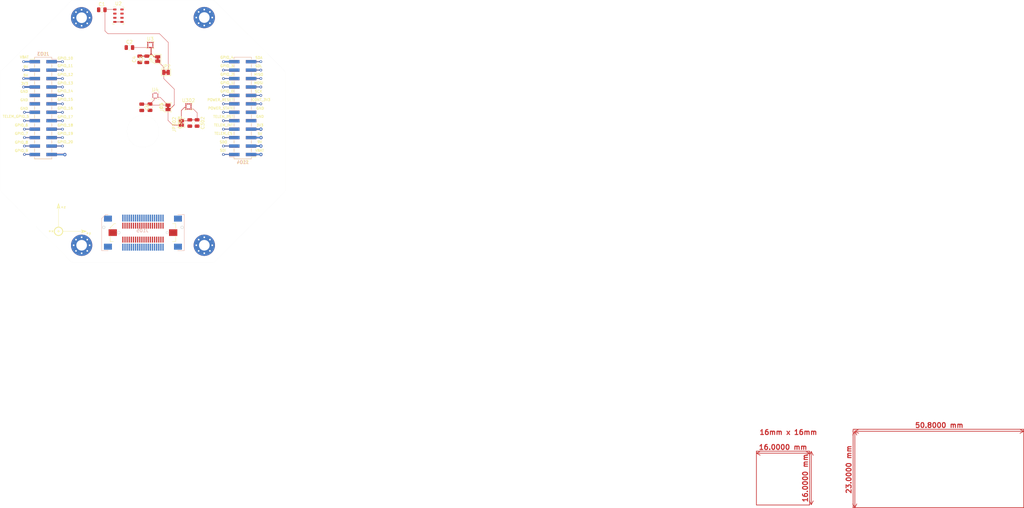
<source format=kicad_pcb>
(kicad_pcb (version 20211014) (generator pcbnew)
  (layers (0 "F.Cu" signal) (31 "B.Cu" signal) (34 "B.Paste" user) (35 "F.Paste" user) (36 "B.SilkS" user "B.Silkscreen") (37 "F.SilkS" user "F.Silkscreen") (38 "B.Mask" user) (39 "F.Mask" user) (44 "Edge.Cuts" user))
  (net 0 "")
  (net 1 "/VBAT")
  (net 2 "/TELEM_GPIO_1")
  (net 3 "/9V")
  (net 4 "/TELEM_GPIO_2")
  (net 5 "/5V")
  (net 6 "/TELEM_GPIO_3")
  (net 7 "/3V3")
  (net 8 "/TELEM_GPIO_4")
  (net 9 "6V_AC_SERVO1")
  (net 10 "/TELEM_GPIO_5")
  (net 11 "/CONT_3V3")
  (net 12 "/SERVO1")
  (net 13 "/B2B_I2C_SDA")
  (net 14 "/SERVO2")
  (net 15 "/B2B_I2C_SCL")
  (net 16 "/B2B_GPIO_8")
  (net 17 "/B2B_SPI_SCK")
  (net 18 "/B2B_GPIO_9")
  (net 19 "/B2B_SPI_MISO")
  (net 20 "/B2B_GPIO_10")
  (net 21 "/B2B_SPI_MOSI")
  (net 22 "/B2B_GPIO_11")
  (net 23 "/CONT_GND")
  (net 24 "/B2B_UART_SDI")
  (net 25 "/B2B_UART_SDO")
  (net 26 "/TELEM_CS")
  (net 27 "/TELEM_INT")
  (net 28 "/TELEM_RST")
  (net 29 "/POWER_STATE")
  (net 30 "/POWER_RESET")
  (net 31 "/B2B_GPIO_12")
  (net 32 "/B2B_GPIO_13")
  (net 33 "/B2B_GPIO_14")
  (net 34 "/B2B_GPIO_15")
  (net 35 "/B2B_GPIO_16")
  (net 36 "/B2B_GPIO_17")
  (net 37 "/B2B_GPIO_18")
  (net 38 "/B2B_GPIO_19")
  (net 39 "/B2B_GPIO_20")
  (net 40 "6V_AC_SERVO2")
  (net 41 "/GND")
  (net 122 "GND")
  (net 123 "Net-(C1-Pad2)")
  (net 124 "Net-(C2-Pad2)")
  (net 125 "Net-(C3-Pad2)")
  (net 126 "Net-(C5-Pad1)")
  (net 127 "Net-(C302-Pad1)")
  (net 128 "/SENSORS/3V3")
  (net 129 "/SENSORS/LSM6DSRXTR_INT1")
  (net 130 "/SENSORS/LSM6DSRXTR_INT2")
  (net 133 "/SENSORS/LSM6DSRXTR_CS")
  (net 134 "/SENSORS/KX134_INT1")
  (net 135 "/SENSORS/KX134_INT2")
  (net 136 "/SENSORS/KX134_CS")
  (net 138 "/SENSORS/LIS3MDL_INT")
  (net 139 "/SENSORS/LIS3MDL_DRDY")
  (net 140 "/SENSORS/LIS3MDL_CS")
  (net 141 "/SENSORS/MS5611_CS")
  (net 142 "/SENSORS/SPI_MISO")
  (net 143 "/SENSORS/SPI_MO5I")
  (net 144 "/SENSORS/SPI_SCK")
  (net 145 "/SENSORS/SPI_MOSI")
  (footprint "Capacitor_SMD:C_0805_2012Metric" (layer "F.Cu") (at 14.09 -2.51 90)
    (fp_text reference "C303")
    (fp_text value "100nF")
  )
  (footprint "Capacitor_SMD:C_0805_2012Metric" (layer "F.Cu") (at 16.28 -2.51 -90)
    (fp_text reference "C302")
    (fp_text value "100nF")
  )
  (footprint "Capacitor_SMD:C_0805_2012Metric" (layer "F.Cu") (at -4.07 -25.22)
    (fp_text reference "C2")
    (fp_text value "100nf")
  )
  (footprint "Connector_PinHeader_2.54mm:PinHeader_2x12_P2.54mm_Vertical_SMD" (layer "F.Cu") (at -30 -7)
    (fp_text reference "J101")
    (fp_text value "Conn_02x12_Odd_Even")
  )
  (footprint "Capacitor_SMD:C_0805_2012Metric" (layer "F.Cu") (at -0.96 -21.68 90)
    (fp_text reference "C4")
    (fp_text value "100nf")
  )
  (footprint "Capacitor_SMD:C_0805_2012Metric" (layer "F.Cu") (at -12.37 -36.59)
    (fp_text reference "C1")
    (fp_text value "100nF")
  )
  (footprint "Package_LGA:LGA-8_3x5mm_P1.25mm" (layer "F.Cu") (at -7.38 -34.81)
    (fp_text reference "U2")
    (fp_text value "MS5611-01BA")
  )
  (footprint "Connector_PinHeader_2.54mm:PinHeader_2x12_P2.54mm_Vertical_SMD" (layer "F.Cu") (at 30 -7 180)
    (fp_text reference "J102")
    (fp_text value "Conn_02x12_Odd_Even")
  )
  (footprint "Capacitor_SMD:C_0805_2012Metric" (layer "F.Cu") (at -0.36 -7.23 -90)
    (fp_text reference "C5")
    (fp_text value "100 nF")
  )
  (footprint "MountingHole:MountingHole_3.2mm_M3_Pad_Via" (layer "F.Cu") (at -18.44 34.3)
    (fp_text reference "REF**" hide)
    (fp_text value "MountingHole_3.2mm_M3_Pad_Via")
  )
  (footprint "memes:axes" (layer "F.Cu") (at -21.8 26.5)
    (fp_text reference "G***" hide)
    (fp_text value "LOGO" hide)
  )
  (footprint "Capacitor_SMD:C_0805_2012Metric" (layer "F.Cu") (at 2.12 -7.27 -90)
    (fp_text reference "C6")
    (fp_text value "100 nF")
  )
  (footprint "Connector_ISS:536270474" (layer "F.Cu") (at 0 30.5)
    (fp_text reference "J106")
    (fp_text value "536270474")
    (fp_circle (center -7.285 0) (end -6.835 0) (layer "Edge.Cuts") (width 0.1) (fill none))
    (fp_circle (center 7.285 0) (end 7.635 0) (layer "Edge.Cuts") (width 0.1) (fill none))
  )
  (footprint "Package_LGA:LGA-12_2x2mm_P0.5mm" (layer "F.Cu") (at 2.21 -25.99)
    (fp_text reference "U3")
    (fp_text value "LIS3MDL")
  )
  (footprint "Jumper:SolderJumper-2_P1.3mm_Bridged_Pad1.0x1.5mm" (layer "F.Cu") (at 11.55 -2.52 90)
    (fp_text reference "JP302")
    (fp_text value "Jumper_NC_Small")
  )
  (footprint "Jumper:SolderJumper-2_P1.3mm_Bridged_Pad1.0x1.5mm" (layer "F.Cu") (at 6.94 -17.75)
    (fp_text reference "JP2")
    (fp_text value "Jumper_NC_Small")
  )
  (footprint "Package_LGA:LGA-14_2x2mm_P0.35mm_LayoutBorder3x4y" (layer "F.Cu") (at 3.71 -10.74)
    (fp_text reference "U4")
    (fp_text value "LSM6DSRXTR")
  )
  (footprint "Package_LGA:LGA-12_2x2mm_P0.5mm" (layer "F.Cu") (at 13.69 -7.48)
    (fp_text reference "U302")
    (fp_text value "KX134-1211")
  )
  (footprint "Jumper:SolderJumper-2_P1.3mm_Bridged_Pad1.0x1.5mm" (layer "F.Cu") (at 4.45 -21.77 90)
    (fp_text reference "JP3")
    (fp_text value "Jumper_2_Bridged")
  )
  (footprint "MountingHole:MountingHole_3.2mm_M3_Pad_Via" (layer "F.Cu") (at 18.44 -34.25)
    (fp_text reference "REF**" hide)
    (fp_text value "MountingHole_3.2mm_M3_Pad_Via")
  )
  (footprint "MountingHole:MountingHole_3.2mm_M3_Pad_Via" (layer "F.Cu") (at 18.45 34.3)
    (fp_text reference "REF**" hide)
    (fp_text value "MountingHole_3.2mm_M3_Pad_Via")
  )
  (footprint "MountingHole:MountingHole_3.2mm_M3_Pad_Via" (layer "F.Cu") (at -18.45 -34.19)
    (fp_text reference "REF**" hide)
    (fp_text value "MountingHole_3.2mm_M3_Pad_Via")
  )
  (footprint "Jumper:SolderJumper-2_P1.3mm_Bridged_Pad1.0x1.5mm" (layer "F.Cu") (at 7.54 -7.23 90)
    (fp_text reference "JP4")
    (fp_text value "Jumper_2_Bridged")
  )
  (footprint "Capacitor_SMD:C_0805_2012Metric" (layer "F.Cu") (at 1.15 -21.69 90)
    (fp_text reference "C3")
    (fp_text value "1uf")
  )
  (footprint "Connector_ISS:2091680401" (layer "B.Cu") (at 0 30.5 180)
    (fp_text reference "J105")
    (fp_text value "Receptacle")
    (fp_circle (center 11.78 1.58) (end 12.18 1.58) (layer "Edge.Cuts") (width 0.12) (fill none))
    (fp_circle (center -11.78 1.58) (end -11.38 1.58) (layer "Edge.Cuts") (width 0.12) (fill none))
  )
  (footprint "Connector_PinHeader_2.54mm:PinHeader_2x12_P2.54mm_Vertical_SMD" (layer "B.Cu") (at -30 -7 180)
    (fp_text reference "J103")
    (fp_text value "Conn_02x12_Odd_Even")
  )
  (footprint "Connector_PinHeader_2.54mm:PinHeader_2x12_P2.54mm_Vertical_SMD" (layer "B.Cu") (at 30 -7)
    (fp_text reference "J104")
    (fp_text value "Conn_02x12_Odd_Even")
  )
  (gr_rect (start 213.6 113.3) (end 264.9 89.7) (layer "F.Cu") (width 0.2) (fill none))
  (gr_rect (start 200.5 96.3) (end 184.5 112.5) (layer "F.Cu") (width 0.2) (fill none))
  (gr_line (start -42.988115 17.80626) (end -21.287337 39.53) (layer "Edge.Cuts") (width 0.01))
  (gr_line (start 42.988115 17.80626) (end 42.988115 -17.80626) (layer "Edge.Cuts") (width 0.01))
  (gr_circle (center -18.442536 -34.247282) (end -16.892536 -34.247282) (layer "Edge.Cuts") (width 0.01) (fill none))
  (gr_line (start -21.287337 -39.53) (end -42.988115 -17.80626) (layer "Edge.Cuts") (width 0.01))
  (gr_circle (center 0 0) (end 4.8125 0) (layer "Edge.Cuts") (width 0.01) (fill none))
  (gr_circle (center -18.442536 34.247282) (end -16.892536 34.247282) (layer "Edge.Cuts") (width 0.01) (fill none))
  (gr_line (start 21.287337 39.53) (end 42.988115 17.80626) (layer "Edge.Cuts") (width 0.01))
  (gr_line (start -42.988115 -17.80626) (end -42.988115 17.80626) (layer "Edge.Cuts") (width 0.01))
  (gr_line (start 21.287337 39.53) (end -21.287337 39.53) (layer "Edge.Cuts") (width 0.01))
  (gr_circle (center 18.442536 -34.247282) (end 19.992536 -34.247282) (layer "Edge.Cuts") (width 0.01) (fill none))
  (gr_line (start 42.988115 -17.80626) (end 21.287337 -39.53) (layer "Edge.Cuts") (width 0.01))
  (gr_circle (center 18.442536 34.247282) (end 19.992536 34.247282) (layer "Edge.Cuts") (width 0.01) (fill none))
  (gr_line (start 21.287337 -39.53) (end -21.287337 -39.53) (layer "Edge.Cuts") (width 0.01))
  (gr_text "16mm x 16mm" (at 194.1 90.6) (layer "F.Cu") (effects (font (size 1.5 1.5) (thickness 0.3))))
  (gr_text "CONT_3V3" (at 35.54 -9.51) (layer "F.SilkS") (effects (font (size 0.75 0.75))))
  (gr_text "TELEM_GPIO_5" (at -38.2246 -4.485) (layer "F.SilkS") (effects (font (size 0.75 0.75))))
  (gr_text "GPIO_9" (at -36.544314 5.825) (layer "F.SilkS") (effects (font (size 0.75 0.75))))
  (gr_text "SDO" (at 24.2 3.25) (layer "F.SilkS") (effects (font (size 0.75 0.75))))
  (gr_text "5V" (at 35.17 0.73) (layer "F.SilkS") (effects (font (size 0.75 0.75))))
  (gr_text "+z\n" (at -24 22.8) (layer "F.SilkS") (effects (font (size 0.75 0.75))))
  (gr_text "SCK" (at 34.77 -12.01) (layer "F.SilkS") (effects (font (size 0.75 0.75))))
  (gr_text "TELEM_RST" (at 24.14 -4.41) (layer "F.SilkS") (effects (font (size 0.75 0.75))))
  (gr_text "GPIO_10" (at -23.3656 -21.9896) (layer "F.SilkS") (effects (font (size 0.75 0.75))))
  (gr_text "GPIO_16" (at -23.375 -6.95) (layer "F.SilkS") (effects (font (size 0.75 0.75))))
  (gr_text "GPIO_6" (at -36.544314 -1.855) (layer "F.SilkS") (effects (font (size 0.75 0.75))))
  (gr_text "9V" (at 35.11 3.19) (layer "F.SilkS") (effects (font (size 0.75 0.75))))
  (gr_text "SDL" (at 34.79 -19.67) (layer "F.SilkS") (effects (font (size 0.75 0.75))))
  (gr_text "9V" (at -35.2586 -19.425) (layer "F.SilkS") (effects (font (size 0.75 0.75))))
  (gr_text "GPIO_14" (at -23.3656 -12.1262) (layer "F.SilkS") (effects (font (size 0.75 0.75))))
  (gr_text "GPIO_11\n" (at -23.3656 -19.7296) (layer "F.SilkS") (effects (font (size 0.75 0.75))))
  (gr_text "GPIO_19" (at -23.3656 0.6754) (layer "F.SilkS") (effects (font (size 0.75 0.75))))
  (gr_text "GND" (at -35.722885 -9.435) (layer "F.SilkS") (effects (font (size 0.75 0.75))))
  (gr_text "TELEM_CS" (at 24.2 0.64) (layer "F.SilkS") (effects (font (size 0.75 0.75))))
  (gr_text "+y" (at -16.4 30.625) (layer "F.SilkS") (effects (font (size 0.75 0.75))))
  (gr_text "GPIO_20" (at -23.3656 3.19) (layer "F.SilkS") (effects (font (size 0.75 0.75))))
  (gr_text "GPIO_17" (at -23.3656 -4.3538) (layer "F.SilkS") (effects (font (size 0.75 0.75))))
  (gr_text "GPIO_3" (at 25.24 -19.68) (layer "F.SilkS") (effects (font (size 0.75 0.75))))
  (gr_text "POWER_STATE" (at 23.39 -6.95) (layer "F.SilkS") (effects (font (size 0.75 0.75))))
  (gr_text "5V" (at -35.2586 -16.855) (layer "F.SilkS") (effects (font (size 0.75 0.75))))
  (gr_text "GND" (at -35.722885 -6.865) (layer "F.SilkS") (effects (font (size 0.75 0.75))))
  (gr_text "VBAT" (at -35.6846 -22.337) (layer "F.SilkS") (effects (font (size 0.75 0.75))))
  (gr_text "3V3" (at -35.615743 -14.385) (layer "F.SilkS") (effects (font (size 0.75 0.75))))
  (gr_text "SDA" (at 34.86 -22.17) (layer "F.SilkS") (effects (font (size 0.75 0.75))))
  (gr_text "3V3" (at 35.17 -1.84) (layer "F.SilkS") (effects (font (size 0.75 0.75))))
  (gr_text "GPIO_15" (at -23.3656 -9.6116) (layer "F.SilkS") (effects (font (size 0.75 0.75))))
  (gr_text "GPIO_2" (at 25.26 -17.14) (layer "F.SilkS") (effects (font (size 0.75 0.75))))
  (gr_text "GPIO_7" (at -36.544314 0.675) (layer "F.SilkS") (effects (font (size 0.75 0.75))))
  (gr_text "GPIO_13" (at -23.3656 -14.5138) (layer "F.SilkS") (effects (font (size 0.75 0.75))))
  (gr_text "GPIO_1" (at 25.26 -14.6) (layer "F.SilkS") (effects (font (size 0.75 0.75))))
  (gr_text "GND" (at 35.26 -6.93) (layer "F.SilkS") (effects (font (size 0.75 0.75))))
  (gr_text "MOSI" (at 34.8 -14.56) (layer "F.SilkS") (effects (font (size 0.75 0.75))))
  (gr_text "+x" (at -27.7 30) (layer "F.SilkS") (effects (font (size 0.75 0.75))))
  (gr_text "GPIO_0" (at 25.24 -12.06) (layer "F.SilkS") (effects (font (size 0.75 0.75))))
  (gr_text "GND" (at 35.2 -4.46) (layer "F.SilkS") (effects (font (size 0.75 0.75))))
  (gr_text "GPIO_8" (at -36.544314 3.305) (layer "F.SilkS") (effects (font (size 0.75 0.75))))
  (gr_text "VBAT" (at 35.08 5.78) (layer "F.SilkS") (effects (font (size 0.75 0.75))))
  (gr_text "SDI" (at 24.07 5.73) (layer "F.SilkS") (effects (font (size 0.75 0.75))))
  (gr_text "TELEM_INT" (at 24.2 -1.86) (layer "F.SilkS") (effects (font (size 0.75 0.75))))
  (gr_text "GPIO_18" (at -23.3656 -1.8392) (layer "F.SilkS") (effects (font (size 0.75 0.75))))
  (gr_text "GPIO_4" (at 25.24 -22.26) (layer "F.SilkS") (effects (font (size 0.75 0.75))))
  (gr_text "POWER_RESET" (at 23.28 -9.48) (layer "F.SilkS") (effects (font (size 0.75 0.75))))
  (gr_text "GND" (at -35.722885 -11.975) (layer "F.SilkS") (effects (font (size 0.75 0.75))))
  (gr_text "MISO" (at 34.79 -17.11) (layer "F.SilkS") (effects (font (size 0.75 0.75))))
  (gr_text "GPIO_12\n\n" (at -23.3656 -16.4696) (layer "F.SilkS") (effects (font (size 0.75 0.75))))
  (dimension (type aligned) (layer "F.Cu") (pts (xy 201 112.4) (xy 201 96.4)) (height 0) (gr_text "16.0000 mm" (at 199.2 104.4 90) (layer "F.Cu") (effects (font (size 1.5 1.5) (thickness 0.3)))) (format (units 3) (units_format 1) (precision 4)) (style (thickness 0.2) (arrow_length 1.27) (text_position_mode 0) (extension_height 0.58642) (extension_offset 0.5) keep_text_aligned))
  (dimension (type aligned) (layer "F.Cu") (pts (xy 184.5 96.9) (xy 200.5 96.9)) (height 0) (gr_text "16.0000 mm" (at 192.5 95.1) (layer "F.Cu") (effects (font (size 1.5 1.5) (thickness 0.3)))) (format (units 3) (units_format 1) (precision 4)) (style (thickness 0.2) (arrow_length 1.27) (text_position_mode 0) (extension_height 0.58642) (extension_offset 0.5) keep_text_aligned))
  (dimension (type aligned) (layer "F.Cu") (pts (xy 214.1 90.3) (xy 264.9 90.3)) (height 0) (gr_text "50.8000 mm" (at 239.5 88.5) (layer "F.Cu") (effects (font (size 1.5 1.5) (thickness 0.3)))) (format (units 3) (units_format 1) (precision 4)) (style (thickness 0.2) (arrow_length 1.27) (text_position_mode 0) (extension_height 0.58642) (extension_offset 0.5) keep_text_aligned))
  (dimension (type aligned) (layer "F.Cu") (pts (xy 214.1 113.3) (xy 214.1 90.3)) (height 0) (gr_text "23.0000 mm" (at 212.3 101.8 90) (layer "F.Cu") (effects (font (size 1.5 1.5) (thickness 0.3)))) (format (units 3) (units_format 1) (precision 4)) (style (thickness 0.2) (arrow_length 1.27) (text_position_mode 0) (extension_height 0.58642) (extension_offset 0.5) keep_text_aligned))
  (segment (start 35.47 6.97) (end 32.525 6.97) (width 0.5) (layer "F.Cu") (net 1))
  (segment (start 31.53 6.97) (end 32.525 6.97) (width 0.5) (layer "F.Cu") (net 1))
  (segment (start -32.525 -20.97) (end -32.525 -21.005) (width 0.5) (layer "F.Cu") (net 1))
  (segment (start -32.525 -20.97) (end -35.89 -20.97) (width 0.5) (layer "F.Cu") (net 1))
  (via (at 35.47 6.97) (size 1) (drill 0.4) (layers "F.Cu" "B.Cu") (net 1))
  (via (at -35.89 -20.97) (size 0.8) (drill 0.4) (layers "F.Cu" "B.Cu") (net 1))
  (segment (start -32.525 -20.97) (end -32.525 -21.005) (width 0.5) (layer "B.Cu") (net 1))
  (segment (start 32.525 6.97) (end 35.47 6.97) (width 0.5) (layer "B.Cu") (net 1))
  (segment (start -35.89 -20.97) (end -32.525 -20.97) (width 0.5) (layer "B.Cu") (net 1))
  (segment (start 24.21 -10.81) (end 27.475 -10.81) (width 0.25) (layer "F.Cu") (net 2))
  (via (at 24.21 -10.81) (size 0.8) (drill 0.4) (layers "F.Cu" "B.Cu") (net 2))
  (segment (start 27.475 -10.81) (end 24.21 -10.81) (width 0.25) (layer "B.Cu") (net 2))
  (segment (start 35.46 4.43) (end 32.525 4.43) (width 0.5) (layer "F.Cu") (net 3))
  (segment (start -35.89 -18.43) (end -32.525 -18.43) (width 0.5) (layer "F.Cu") (net 3))
  (via (at 35.46 4.43) (size 1) (drill 0.4) (layers "F.Cu" "B.Cu") (net 3))
  (via (at -35.89 -18.43) (size 0.8) (drill 0.4) (layers "F.Cu" "B.Cu") (net 3))
  (segment (start -32.525 -18.43) (end -35.89 -18.43) (width 0.5) (layer "B.Cu") (net 3))
  (segment (start 32.525 4.43) (end 35.46 4.43) (width 0.5) (layer "B.Cu") (net 3))
  (segment (start 27.475 -13.35) (end 24.21 -13.35) (width 0.25) (layer "F.Cu") (net 4))
  (segment (start 24.14 -13.28) (end 24.21 -13.35) (width 0.25) (layer "F.Cu") (net 4))
  (via (at 24.21 -13.35) (size 0.8) (drill 0.4) (layers "F.Cu" "B.Cu") (net 4))
  (segment (start 24.21 -13.35) (end 27.475 -13.35) (width 0.25) (layer "B.Cu") (net 4))
  (segment (start -35.82 -15.89) (end -35.83 -15.9) (width 0.5) (layer "F.Cu") (net 5))
  (segment (start 35.5 1.89) (end 32.525 1.89) (width 0.5) (layer "F.Cu") (net 5))
  (segment (start -32.525 -15.89) (end -35.82 -15.89) (width 0.5) (layer "F.Cu") (net 5))
  (segment (start -35.83 -15.9) (end -35.89 -15.9) (width 0.5) (layer "F.Cu") (net 5))
  (via (at 35.5 1.89) (size 1) (drill 0.4) (layers "F.Cu" "B.Cu") (net 5))
  (via (at -35.89 -15.9) (size 0.8) (drill 0.4) (layers "F.Cu" "B.Cu") (net 5))
  (segment (start -32.535 -15.9) (end -32.525 -15.89) (width 0.5) (layer "B.Cu") (net 5))
  (segment (start 35.5 1.89) (end 32.525 1.89) (width 0.5) (layer "B.Cu") (net 5))
  (segment (start -35.89 -15.9) (end -32.535 -15.9) (width 0.5) (layer "B.Cu") (net 5))
  (segment (start 24.21 -15.89) (end 27.475 -15.89) (width 0.25) (layer "F.Cu") (net 6))
  (via (at 24.21 -15.89) (size 0.8) (drill 0.4) (layers "F.Cu" "B.Cu") (net 6))
  (segment (start 27.475 -15.89) (end 24.21 -15.89) (width 0.25) (layer "B.Cu") (net 6))
  (segment (start 32.525 -0.65) (end 35.453 -0.65) (width 0.5) (layer "F.Cu") (net 7))
  (segment (start -35.88 -13.35) (end -32.525 -13.35) (width 0.5) (layer "F.Cu") (net 7))
  (segment (start 32.525 -0.65) (end 31.322 -0.65) (width 0.5) (layer "F.Cu") (net 7))
  (segment (start -35.9 -13.33) (end -35.88 -13.35) (width 0.5) (layer "F.Cu") (net 7))
  (via (at 35.453 -0.65) (size 1) (drill 0.4) (layers "F.Cu" "B.Cu") (net 7))
  (via (at -35.9 -13.33) (size 0.8) (drill 0.4) (layers "F.Cu" "B.Cu") (net 7))
  (segment (start -32.535 -13.34) (end -32.525 -13.35) (width 0.5) (layer "B.Cu") (net 7))
  (segment (start 32.525 -0.65) (end 35.453 -0.65) (width 0.5) (layer "B.Cu") (net 7))
  (segment (start -35.89 -13.34) (end -32.535 -13.34) (width 0.5) (layer "B.Cu") (net 7))
  (segment (start -35.9 -13.33) (end -35.89 -13.34) (width 0.5) (layer "B.Cu") (net 7))
  (segment (start 27.475 -18.43) (end 24.21 -18.43) (width 0.25) (layer "F.Cu") (net 8))
  (via (at 24.21 -18.43) (size 0.8) (drill 0.4) (layers "F.Cu" "B.Cu") (net 8))
  (segment (start 24.21 -18.43) (end 27.475 -18.43) (width 0.25) (layer "B.Cu") (net 8))
  (segment (start 27.475 -20.97) (end 24.22 -20.97) (width 0.5) (layer "F.Cu") (net 9))
  (via (at 24.22 -20.97) (size 0.8) (drill 0.4) (layers "F.Cu" "B.Cu") (net 9))
  (segment (start 24.22 -20.97) (end 27.475 -20.97) (width 0.5) (layer "B.Cu") (net 9))
  (segment (start -32.525 -3.19) (end -35.64 -3.19) (width 0.25) (layer "F.Cu") (net 10))
  (via (at -35.64 -3.19) (size 0.8) (drill 0.4) (layers "F.Cu" "B.Cu") (net 10))
  (segment (start -35.64 -3.19) (end -32.525 -3.19) (width 0.25) (layer "B.Cu") (net 10))
  (segment (start 35.453 -8.27) (end 32.338 -8.27) (width 0.25) (layer "F.Cu") (net 11))
  (via (at 35.453 -8.27) (size 0.8) (drill 0.4) (layers "F.Cu" "B.Cu") (net 11))
  (segment (start 32.338 -8.27) (end 35.453 -8.27) (width 0.25) (layer "B.Cu") (net 11))
  (segment (start -35.64 -0.65) (end -32.525 -0.65) (width 0.25) (layer "F.Cu") (net 12))
  (via (at -35.64 -0.65) (size 0.8) (drill 0.4) (layers "F.Cu" "B.Cu") (net 12))
  (segment (start -32.525 -0.65) (end -35.64 -0.65) (width 0.25) (layer "B.Cu") (net 12))
  (segment (start 32.338 -20.97) (end 35.453 -20.97) (width 0.25) (layer "F.Cu") (net 13))
  (via (at 35.453 -20.97) (size 0.8) (drill 0.4) (layers "F.Cu" "B.Cu") (net 13))
  (segment (start 35.453 -20.97) (end 32.338 -20.97) (width 0.25) (layer "B.Cu") (net 13))
  (segment (start -31.59 1.89) (end -32.525 1.89) (width 0.25) (layer "F.Cu") (net 14))
  (segment (start -32.525 1.89) (end -35.64 1.89) (width 0.25) (layer "F.Cu") (net 14))
  (via (at -35.64 1.89) (size 0.8) (drill 0.4) (layers "F.Cu" "B.Cu") (net 14))
  (segment (start -35.64 1.89) (end -32.525 1.89) (width 0.25) (layer "B.Cu") (net 14))
  (segment (start 35.453 -18.43) (end 32.338 -18.43) (width 0.25) (layer "F.Cu") (net 15))
  (via (at 35.453 -18.43) (size 0.8) (drill 0.4) (layers "F.Cu" "B.Cu") (net 15))
  (segment (start 32.338 -18.43) (end 35.453 -18.43) (width 0.25) (layer "B.Cu") (net 15))
  (segment (start -35.64 4.43) (end -32.525 4.43) (width 0.25) (layer "F.Cu") (net 16))
  (via (at -35.64 4.43) (size 0.8) (drill 0.4) (layers "F.Cu" "B.Cu") (net 16))
  (segment (start -32.525 4.43) (end -35.64 4.43) (width 0.25) (layer "B.Cu") (net 16))
  (segment (start 32.338 -10.81) (end 35.453 -10.81) (width 0.25) (layer "F.Cu") (net 17))
  (via (at 35.453 -10.81) (size 0.8) (drill 0.4) (layers "F.Cu" "B.Cu") (net 17))
  (segment (start 35.453 -10.81) (end 32.338 -10.81) (width 0.25) (layer "B.Cu") (net 17))
  (segment (start -32.525 6.97) (end -35.64 6.97) (width 0.25) (layer "F.Cu") (net 18))
  (via (at -35.64 6.97) (size 0.8) (drill 0.4) (layers "F.Cu" "B.Cu") (net 18))
  (segment (start -35.64 6.97) (end -32.525 6.97) (width 0.25) (layer "B.Cu") (net 18))
  (segment (start 32.338 -15.89) (end 35.453 -15.89) (width 0.25) (layer "F.Cu") (net 19))
  (via (at 35.453 -15.89) (size 0.8) (drill 0.4) (layers "F.Cu" "B.Cu") (net 19))
  (segment (start 35.453 -15.89) (end 32.338 -15.89) (width 0.25) (layer "B.Cu") (net 19))
  (segment (start -27.475 -20.97) (end -24.21 -20.97) (width 0.25) (layer "F.Cu") (net 20))
  (via (at -24.21 -20.97) (size 0.8) (drill 0.4) (layers "F.Cu" "B.Cu") (net 20))
  (segment (start -24.21 -20.97) (end -27.475 -20.97) (width 0.25) (layer "B.Cu") (net 20))
  (segment (start 35.453 -13.35) (end 32.338 -13.35) (width 0.25) (layer "F.Cu") (net 21))
  (via (at 35.453 -13.35) (size 0.8) (drill 0.4) (layers "F.Cu" "B.Cu") (net 21))
  (segment (start 32.338 -13.35) (end 35.453 -13.35) (width 0.25) (layer "B.Cu") (net 21))
  (segment (start -24.21 -18.43) (end -27.475 -18.43) (width 0.25) (layer "F.Cu") (net 22))
  (via (at -24.21 -18.43) (size 0.8) (drill 0.4) (layers "F.Cu" "B.Cu") (net 22))
  (segment (start -27.475 -18.43) (end -24.21 -18.43) (width 0.25) (layer "B.Cu") (net 22))
  (segment (start -35.64 -5.73) (end -32.525 -5.73) (width 0.25) (layer "F.Cu") (net 23))
  (via (at -35.64 -5.73) (size 0.8) (drill 0.4) (layers "F.Cu" "B.Cu") (net 23))
  (segment (start -32.525 -5.73) (end -35.64 -5.73) (width 0.25) (layer "B.Cu") (net 23))
  (segment (start 27.475 6.97) (end 24.21 6.97) (width 0.25) (layer "F.Cu") (net 24))
  (via (at 24.21 6.97) (size 0.8) (drill 0.4) (layers "F.Cu" "B.Cu") (net 24))
  (segment (start 24.21 6.97) (end 27.475 6.97) (width 0.25) (layer "B.Cu") (net 24))
  (segment (start 24.21 4.43) (end 27.475 4.43) (width 0.25) (layer "F.Cu") (net 25))
  (via (at 24.21 4.43) (size 0.8) (drill 0.4) (layers "F.Cu" "B.Cu") (net 25))
  (segment (start 27.475 4.43) (end 24.21 4.43) (width 0.25) (layer "B.Cu") (net 25))
  (segment (start 24.11 1.87) (end 24.15 1.83) (width 0.25) (layer "F.Cu") (net 26))
  (segment (start 24.17 1.85) (end 24.21 1.89) (width 0.25) (layer "F.Cu") (net 26))
  (segment (start 27.475 1.89) (end 24.21 1.89) (width 0.25) (layer "F.Cu") (net 26))
  (segment (start 24.15 1.83) (end 24.21 1.89) (width 0.5) (layer "F.Cu") (net 26))
  (via (at 24.21 1.89) (size 0.8) (drill 0.4) (layers "F.Cu" "B.Cu") (net 26))
  (segment (start 24.21 1.89) (end 27.475 1.89) (width 0.25) (layer "B.Cu") (net 26))
  (segment (start 24.21 -0.65) (end 27.475 -0.65) (width 0.25) (layer "F.Cu") (net 27))
  (via (at 24.21 -0.65) (size 0.8) (drill 0.4) (layers "F.Cu" "B.Cu") (net 27))
  (segment (start 27.475 -0.65) (end 24.21 -0.65) (width 0.25) (layer "B.Cu") (net 27))
  (segment (start 27.475 -3.19) (end 24.21 -3.19) (width 0.25) (layer "F.Cu") (net 28))
  (via (at 24.21 -3.19) (size 0.8) (drill 0.4) (layers "F.Cu" "B.Cu") (net 28))
  (segment (start 24.21 -3.19) (end 27.475 -3.19) (width 0.25) (layer "B.Cu") (net 28))
  (segment (start 24.21 -5.73) (end 27.475 -5.73) (width 0.25) (layer "F.Cu") (net 29))
  (via (at 24.21 -5.73) (size 0.8) (drill 0.4) (layers "F.Cu" "B.Cu") (net 29))
  (segment (start 27.475 -5.73) (end 24.21 -5.73) (width 0.25) (layer "B.Cu") (net 29))
  (segment (start 27.475 -8.27) (end 24.21 -8.27) (width 0.25) (layer "F.Cu") (net 30))
  (via (at 24.21 -8.27) (size 0.8) (drill 0.4) (layers "F.Cu" "B.Cu") (net 30))
  (segment (start 24.21 -8.27) (end 27.475 -8.27) (width 0.25) (layer "B.Cu") (net 30))
  (segment (start -27.475 -15.89) (end -24.21 -15.89) (width 0.25) (layer "F.Cu") (net 31))
  (via (at -24.21 -15.89) (size 0.8) (drill 0.4) (layers "F.Cu" "B.Cu") (net 31))
  (segment (start -24.21 -15.89) (end -27.475 -15.89) (width 0.25) (layer "B.Cu") (net 31))
  (segment (start -24.21 -13.35) (end -27.475 -13.35) (width 0.25) (layer "F.Cu") (net 32))
  (via (at -24.21 -13.35) (size 0.8) (drill 0.4) (layers "F.Cu" "B.Cu") (net 32))
  (segment (start -27.475 -13.35) (end -24.21 -13.35) (width 0.25) (layer "B.Cu") (net 32))
  (segment (start -27.475 -10.81) (end -24.21 -10.81) (width 0.25) (layer "F.Cu") (net 33))
  (via (at -24.21 -10.81) (size 0.8) (drill 0.4) (layers "F.Cu" "B.Cu") (net 33))
  (segment (start -24.21 -10.81) (end -27.475 -10.81) (width 0.25) (layer "B.Cu") (net 33))
  (segment (start -24.21 -8.27) (end -27.475 -8.27) (width 0.25) (layer "F.Cu") (net 34))
  (via (at -24.21 -8.27) (size 0.8) (drill 0.4) (layers "F.Cu" "B.Cu") (net 34))
  (segment (start -27.475 -8.27) (end -24.21 -8.27) (width 0.25) (layer "B.Cu") (net 34))
  (segment (start -27.475 -5.73) (end -24.21 -5.73) (width 0.25) (layer "F.Cu") (net 35))
  (via (at -24.21 -5.73) (size 0.8) (drill 0.4) (layers "F.Cu" "B.Cu") (net 35))
  (segment (start -24.21 -5.73) (end -27.475 -5.73) (width 0.25) (layer "B.Cu") (net 35))
  (segment (start -24.21 -3.19) (end -27.475 -3.19) (width 0.25) (layer "F.Cu") (net 36))
  (via (at -24.21 -3.19) (size 0.8) (drill 0.4) (layers "F.Cu" "B.Cu") (net 36))
  (segment (start -27.475 -3.19) (end -24.21 -3.19) (width 0.25) (layer "B.Cu") (net 36))
  (segment (start -27.475 -0.65) (end -24.21 -0.65) (width 0.25) (layer "F.Cu") (net 37))
  (via (at -24.21 -0.65) (size 0.8) (drill 0.4) (layers "F.Cu" "B.Cu") (net 37))
  (segment (start -24.21 -0.65) (end -27.475 -0.65) (width 0.25) (layer "B.Cu") (net 37))
  (segment (start -24.21 1.89) (end -27.475 1.89) (width 0.25) (layer "F.Cu") (net 38))
  (via (at -24.21 1.89) (size 0.8) (drill 0.4) (layers "F.Cu" "B.Cu") (net 38))
  (segment (start -27.475 1.89) (end -24.21 1.89) (width 0.25) (layer "B.Cu") (net 38))
  (segment (start -27.475 4.43) (end -24.21 4.43) (width 0.25) (layer "F.Cu") (net 39))
  (via (at -24.21 4.43) (size 0.8) (drill 0.4) (layers "F.Cu" "B.Cu") (net 39))
  (segment (start -24.21 4.43) (end -27.475 4.43) (width 0.25) (layer "B.Cu") (net 39))
  (segment (start -23.53 6.97) (end -23.5 7) (width 0.5) (layer "F.Cu") (net 40))
  (segment (start -27.475 6.97) (end -23.53 6.97) (width 0.5) (layer "F.Cu") (net 40))
  (via (at -23.5 7) (size 1) (drill 0.4) (layers "F.Cu" "B.Cu") (net 40))
  (segment (start -23.5 7) (end -27.445 7) (width 0.5) (layer "B.Cu") (net 40))
  (segment (start -27.445 7) (end -27.475 6.97) (width 0.5) (layer "B.Cu") (net 40))
  (segment (start 7.59 -26.78) (end 7.59 -17.75) (width 0.1) (layer "F.Cu") (net 123))
  (segment (start -10.58 -29.39) (end 4.98 -29.39) (width 0.1) (layer "F.Cu") (net 123))
  (segment (start -11.42 -36.59) (end -11.42 -30.23) (width 0.1) (layer "F.Cu") (net 123))
  (segment (start -11.42 -30.23) (end -10.58 -29.39) (width 0.1) (layer "F.Cu") (net 123))
  (segment (start -11.325 -36.685) (end -11.42 -36.59) (width 0.1) (layer "F.Cu") (net 123))
  (segment (start -8.455 -36.685) (end -11.325 -36.685) (width 0.1) (layer "F.Cu") (net 123))
  (segment (start 4.98 -29.39) (end 7.59 -26.78) (width 0.1) (layer "F.Cu") (net 123))
  (segment (start 1.4475 -25.24) (end -3.1 -25.24) (width 0.1) (layer "F.Cu") (net 124))
  (segment (start -3.1 -25.24) (end -3.12 -25.22) (width 0.1) (layer "F.Cu") (net 124))
  (segment (start 1.15 -22.64) (end -0.95 -22.64) (width 0.25) (layer "F.Cu") (net 125))
  (segment (start 1.76 -22.64) (end 2.46 -23.34) (width 0.25) (layer "F.Cu") (net 125))
  (segment (start 2.46 -23.34) (end 3.38 -22.42) (width 0.25) (layer "F.Cu") (net 125))
  (segment (start 1.96 -25.2275) (end 2.46 -25.2275) (width 0.25) (layer "F.Cu") (net 125))
  (segment (start 1.15 -22.64) (end 1.76 -22.64) (width 0.25) (layer "F.Cu") (net 125))
  (segment (start -0.95 -22.64) (end -0.96 -22.63) (width 0.25) (layer "F.Cu") (net 125))
  (segment (start 3.38 -22.42) (end 4.45 -22.42) (width 0.25) (layer "F.Cu") (net 125))
  (segment (start 2.46 -25.2275) (end 2.46 -23.34) (width 0.25) (layer "F.Cu") (net 125))
  (segment (start 2.12 -8.22) (end 2.46 -7.88) (width 0.1) (layer "F.Cu") (net 126))
  (segment (start 3.36 -9.46) (end 2.12 -8.22) (width 0.1) (layer "F.Cu") (net 126))
  (segment (start 4.4725 -10.215) (end 5.205 -10.215) (width 0.1) (layer "F.Cu") (net 126))
  (segment (start 5.205 -10.215) (end 7.54 -7.88) (width 0.1) (layer "F.Cu") (net 126))
  (segment (start -0.32 -8.22) (end 2.12 -8.22) (width 0.1) (layer "F.Cu") (net 126))
  (segment (start 2.46 -7.88) (end 7.54 -7.88) (width 0.1) (layer "F.Cu") (net 126))
  (segment (start 3.36 -9.9775) (end 3.36 -9.46) (width 0.1) (layer "F.Cu") (net 126))
  (segment (start -0.36 -8.18) (end -0.32 -8.22) (width 0.1) (layer "F.Cu") (net 126))
  (segment (start 11.55 -6.265) (end 11.55 -3.17) (width 0.15) (layer "F.Cu") (net 127))
  (segment (start 14.09 -3.46) (end 16.28 -3.46) (width 0.15) (layer "F.Cu") (net 127))
  (segment (start 13.8 -3.17) (end 14.09 -3.46) (width 0.15) (layer "F.Cu") (net 127))
  (segment (start 16.29 -5.58) (end 16.29 -3.47) (width 0.1) (layer "F.Cu") (net 127))
  (segment (start 14.4525 -6.73) (end 15.14 -6.73) (width 0.1) (layer "F.Cu") (net 127))
  (segment (start 11.55 -3.17) (end 13.8 -3.17) (width 0.15) (layer "F.Cu") (net 127))
  (segment (start 16.29 -3.47) (end 16.28 -3.46) (width 0.1) (layer "F.Cu") (net 127))
  (segment (start 15.14 -6.73) (end 16.29 -5.58) (width 0.1) (layer "F.Cu") (net 127))
  (segment (start 12.9275 -7.23) (end 12.515 -7.23) (width 0.15) (layer "F.Cu") (net 127))
  (segment (start 12.515 -7.23) (end 11.55 -6.265) (width 0.15) (layer "F.Cu") (net 127))
  (segment (start 9.44 -12.68) (end 6.29 -15.83) (width 0.1) (layer "F.Cu") (net 128))
  (segment (start 6.29 -17.75) (end 6.29 -19.28) (width 0.1) (layer "F.Cu") (net 128))
  (segment (start 6.29 -15.83) (end 6.29 -17.75) (width 0.1) (layer "F.Cu") (net 128))
  (segment (start 8.88 -1.96) (end 8.97 -1.87) (width 0.15) (layer "F.Cu") (net 128))
  (segment (start 8.97 -1.87) (end 11.55 -1.87) (width 0.15) (layer "F.Cu") (net 128))
  (segment (start 9.44 -7.99) (end 8.03 -6.58) (width 0.15) (layer "F.Cu") (net 128))
  (segment (start 8.88 -1.96) (end 7.54 -3.3) (width 0.1) (layer "F.Cu") (net 128))
  (segment (start 6.29 -19.28) (end 4.45 -21.12) (width 0.1) (layer "F.Cu") (net 128))
  (segment (start 8.03 -6.58) (end 7.54 -6.58) (width 0.15) (layer "F.Cu") (net 128))
  (segment (start 9.44 -7.99) (end 9.44 -12.68) (width 0.1) (layer "F.Cu") (net 128))
  (segment (start 7.54 -3.3) (end 7.54 -6.58) (width 0.1) (layer "F.Cu") (net 128))
  (segment (start -6.305 -32.935) (end -8.455 -32.935) (width 0.15) (layer "F.Cu") (net 141))
)
</source>
